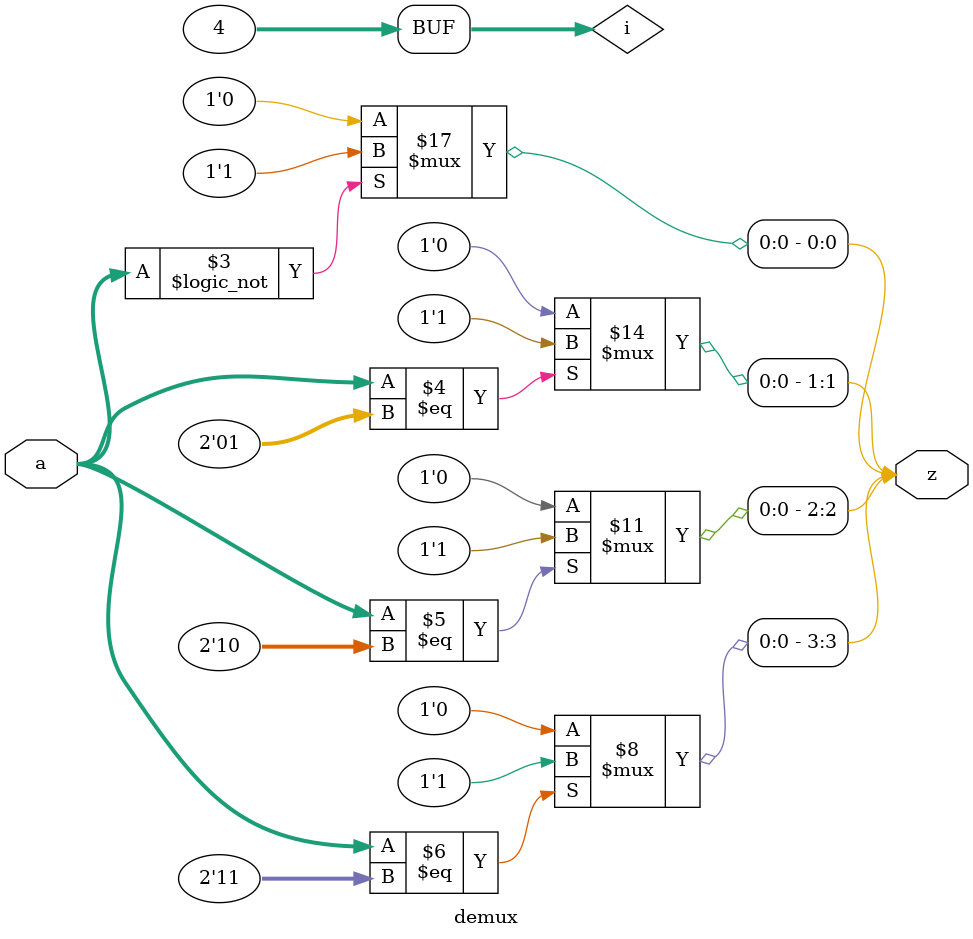
<source format=v>

module demux (a, z); 
  input [1:0] a;

  output [3:0] z;
  reg [3:0] z;

  integer i;

  always @(a)
    for (i=0; i<4; i=i+1)
      if (a == i)
        z[i] = 1;
      else
        z[i] = 0;
endmodule

</source>
